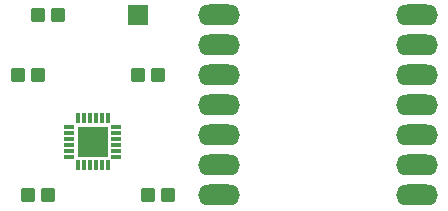
<source format=gbr>
%TF.GenerationSoftware,KiCad,Pcbnew,7.0.10*%
%TF.CreationDate,2024-01-29T17:08:50-08:00*%
%TF.ProjectId,FINAL_V1,46494e41-4c5f-4563-912e-6b696361645f,rev?*%
%TF.SameCoordinates,Original*%
%TF.FileFunction,Soldermask,Bot*%
%TF.FilePolarity,Negative*%
%FSLAX46Y46*%
G04 Gerber Fmt 4.6, Leading zero omitted, Abs format (unit mm)*
G04 Created by KiCad (PCBNEW 7.0.10) date 2024-01-29 17:08:50*
%MOMM*%
%LPD*%
G01*
G04 APERTURE LIST*
G04 Aperture macros list*
%AMRoundRect*
0 Rectangle with rounded corners*
0 $1 Rounding radius*
0 $2 $3 $4 $5 $6 $7 $8 $9 X,Y pos of 4 corners*
0 Add a 4 corners polygon primitive as box body*
4,1,4,$2,$3,$4,$5,$6,$7,$8,$9,$2,$3,0*
0 Add four circle primitives for the rounded corners*
1,1,$1+$1,$2,$3*
1,1,$1+$1,$4,$5*
1,1,$1+$1,$6,$7*
1,1,$1+$1,$8,$9*
0 Add four rect primitives between the rounded corners*
20,1,$1+$1,$2,$3,$4,$5,0*
20,1,$1+$1,$4,$5,$6,$7,0*
20,1,$1+$1,$6,$7,$8,$9,0*
20,1,$1+$1,$8,$9,$2,$3,0*%
G04 Aperture macros list end*
%ADD10O,3.556000X1.778000*%
%ADD11RoundRect,0.050800X-0.537500X-0.500000X0.537500X-0.500000X0.537500X0.500000X-0.537500X0.500000X0*%
%ADD12RoundRect,0.050800X0.537500X0.500000X-0.537500X0.500000X-0.537500X-0.500000X0.537500X-0.500000X0*%
%ADD13RoundRect,0.095400X-0.355400X-0.095400X0.355400X-0.095400X0.355400X0.095400X-0.355400X0.095400X0*%
%ADD14RoundRect,0.095400X0.095400X-0.355400X0.095400X0.355400X-0.095400X0.355400X-0.095400X-0.355400X0*%
%ADD15RoundRect,0.095400X0.355400X0.095400X-0.355400X0.095400X-0.355400X-0.095400X0.355400X-0.095400X0*%
%ADD16RoundRect,0.095400X-0.095400X0.355400X-0.095400X-0.355400X0.095400X-0.355400X0.095400X0.355400X0*%
%ADD17RoundRect,0.050800X1.250000X1.250000X-1.250000X1.250000X-1.250000X-1.250000X1.250000X-1.250000X0*%
%ADD18R,1.700000X1.700000*%
G04 APERTURE END LIST*
D10*
%TO.C,U2*%
X105918000Y-76200000D03*
X105918000Y-78740000D03*
X105918000Y-81280000D03*
X105918000Y-83820000D03*
X105918000Y-86360000D03*
X105918000Y-88900000D03*
X105918000Y-91440000D03*
X122682000Y-76200000D03*
X122682000Y-78740000D03*
X122682000Y-81280000D03*
X122682000Y-83820000D03*
X122682000Y-86360000D03*
X122682000Y-88900000D03*
X122682000Y-91440000D03*
%TD*%
D11*
%TO.C,R1*%
X89740000Y-91440000D03*
X91440000Y-91440000D03*
%TD*%
D12*
%TO.C,C2*%
X92290000Y-76200000D03*
X90590000Y-76200000D03*
%TD*%
D13*
%TO.C,U1*%
X97270000Y-85650000D03*
X97270000Y-86150000D03*
X97270000Y-86650000D03*
X97270000Y-87150000D03*
X97270000Y-87650000D03*
X97270000Y-88150000D03*
D14*
X96520000Y-88900000D03*
X96020000Y-88900000D03*
X95520000Y-88900000D03*
X95020000Y-88900000D03*
X94520000Y-88900000D03*
X94020000Y-88900000D03*
D15*
X93270000Y-88150000D03*
X93270000Y-87650000D03*
X93270000Y-87150000D03*
X93270000Y-86650000D03*
X93270000Y-86150000D03*
X93270000Y-85650000D03*
D16*
X94020000Y-84900000D03*
X94520000Y-84900000D03*
X95020000Y-84900000D03*
X95520000Y-84900000D03*
X96020000Y-84900000D03*
X96520000Y-84900000D03*
D17*
X95270000Y-86900000D03*
%TD*%
D11*
%TO.C,C1*%
X88900000Y-81280000D03*
X90600000Y-81280000D03*
%TD*%
%TO.C,R3*%
X99060000Y-81280000D03*
X100760000Y-81280000D03*
%TD*%
%TO.C,R2*%
X99900000Y-91440000D03*
X101600000Y-91440000D03*
%TD*%
D18*
%TO.C,TP1*%
X99060000Y-76200000D03*
%TD*%
M02*

</source>
